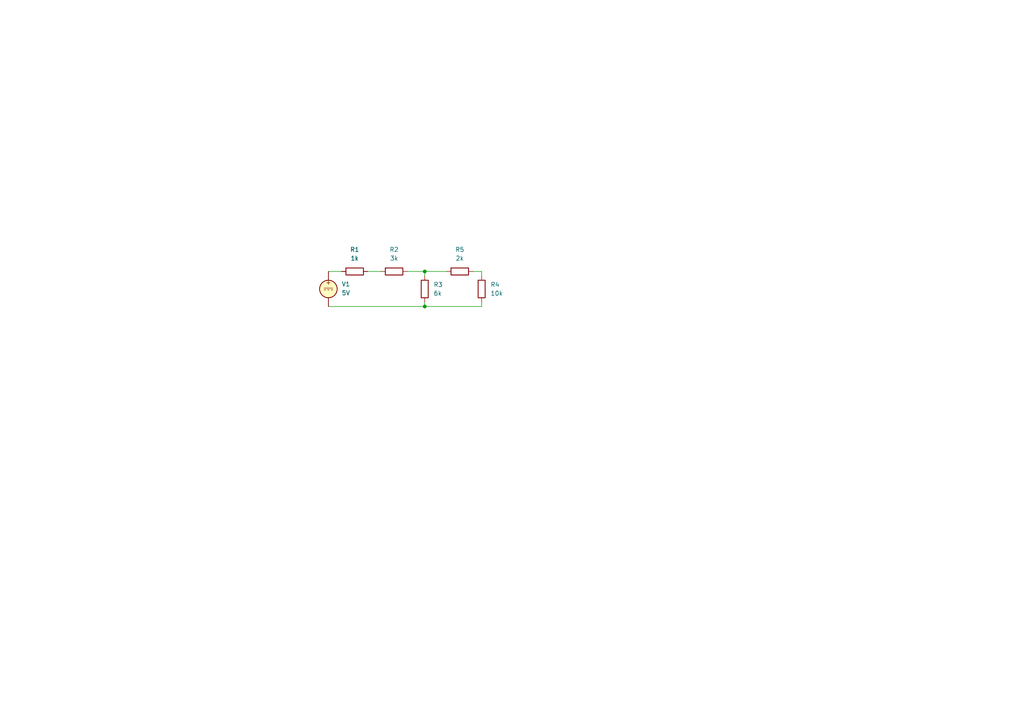
<source format=kicad_sch>
(kicad_sch (version 20250114) (generator "eeschema") (generator_version "9.0")
  (paper "A4")
  (lib_symbols
    (symbol "Device:R" (pin_numbers (hide yes)) (pin_names (offset 0))
      (property "Reference" "R" (at 2.032 0 90))
      (property "Value" "R" (at 0 0 90))
      (symbol "R_0_1"
        (rectangle (start -1.016 -2.54) (end 1.016 2.54) (stroke (width 0.254)))
      )
      (symbol "R_1_1"
        (pin passive line (at 0 3.81 270) (length 1.27) (name "~") (number "1"))
        (pin passive line (at 0 -3.81 90) (length 1.27) (name "~") (number "2"))
      )
    )
    (symbol "Simulation_SPICE:VDC" (pin_numbers (hide yes)) (pin_names (offset 0.0254))
      (property "Reference" "V" (at 2.54 2.54 0))
      (property "Value" "1" (at 2.54 0 0))
      (symbol "VDC_0_0"
        (polyline (pts (xy -1.27 0.254) (xy 1.27 0.254)))
        (polyline (pts (xy -0.762 -0.254) (xy -1.27 -0.254)))
        (polyline (pts (xy 0.254 -0.254) (xy -0.254 -0.254)))
        (polyline (pts (xy 1.27 -0.254) (xy 0.762 -0.254)))
        (text "+" (at 0 1.905 0) (effects (font (size 1.27 1.27))))
      )
      (symbol "VDC_0_1"
        (circle (center 0 0) (radius 2.54) (stroke (width 0.254)) (fill (type background)))
      )
      (symbol "VDC_1_1"
        (pin passive line (at 0 5.08 270) (length 2.54) (name "~") (number "1"))
        (pin passive line (at 0 -5.08 90) (length 2.54) (name "~") (number "2"))
      )
    )
  )
  (junction (at 123.19 88.9))
  (junction (at 123.19 78.74))
  (wire (pts (xy 123.19 88.9) (xy 95.25 88.9)))
  (wire (pts (xy 118.11 78.74) (xy 123.19 78.74)))
  (wire (pts (xy 137.16 78.74) (xy 139.7 78.74)))
  (wire (pts (xy 95.25 78.74) (xy 99.06 78.74)))
  (wire (pts (xy 139.7 88.9) (xy 123.19 88.9)))
  (wire (pts (xy 139.7 78.74) (xy 139.7 80.01)))
  (wire (pts (xy 123.19 78.74) (xy 123.19 80.01)))
  (wire (pts (xy 139.7 87.63) (xy 139.7 88.9)))
  (wire (pts (xy 106.68 78.74) (xy 110.49 78.74)))
  (wire (pts (xy 123.19 87.63) (xy 123.19 88.9)))
  (wire (pts (xy 123.19 78.74) (xy 129.54 78.74)))
  (symbol (lib_id "Device:R") (at 102.87 78.74 90) (unit 1)
    (property "Reference" "R1" (at 102.87 72.39 90))
    (property "Value" "1k" (at 102.87 74.93 90))
    (property "Description" "Resistor" (effects (hide yes)))
  )
  (symbol (lib_id "Device:R") (at 114.3 78.74 90) (unit 1)
    (property "Reference" "R2" (at 114.3 72.39 90))
    (property "Value" "3k" (at 114.3 74.93 90))
    (property "Description" "Resistor" (effects (hide yes)))
  )
  (symbol (lib_id "Device:R") (at 133.35 78.74 90) (unit 1)
    (property "Reference" "R5" (at 133.35 72.39 90))
    (property "Value" "2k" (at 133.35 74.93 90))
    (property "Description" "Resistor" (effects (hide yes)))
  )
  (symbol (lib_id "Device:R") (at 123.19 83.82 180) (unit 1)
    (property "Reference" "R3" (at 125.73 82.5499 0) (effects (justify right)))
    (property "Value" "6k" (at 125.73 85.0899 0) (effects (justify right)))
    (property "Description" "Resistor" (effects (hide yes)))
  )
  (symbol (lib_id "Simulation_SPICE:VDC") (at 95.25 83.82 0) (unit 1)
    (property "Reference" "V1" (at 99.06 82.4201 0) (effects (justify left)))
    (property "Value" "5V" (at 99.06 84.9601 0) (effects (justify left)))
    (property "Datasheet" "https://ngspice.sourceforge.io/docs/ngspice-html-manual/manual.xhtml#sec_Independent_Sources_for" (effects (hide yes)))
    (property "Description" "Voltage source, DC" (effects (hide yes)))
    (property "Sim.Pins" "1=+ 2=-" (effects (hide yes)))
    (property "Sim.Type" "DC" (effects (hide yes)))
    (property "Sim.Device" "V" (effects (hide yes)))
  )
  (symbol (lib_id "Device:R") (at 139.7 83.82 180) (unit 1)
    (property "Reference" "R4" (at 142.24 82.5499 0) (effects (justify right)))
    (property "Value" "10k" (at 142.24 85.0899 0) (effects (justify right)))
    (property "Description" "Resistor" (effects (hide yes)))
  )
)
</source>
